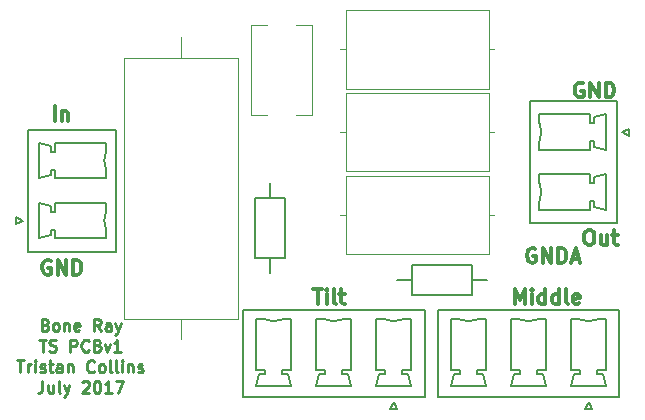
<source format=gbr>
G04 #@! TF.FileFunction,Legend,Top*
%FSLAX46Y46*%
G04 Gerber Fmt 4.6, Leading zero omitted, Abs format (unit mm)*
G04 Created by KiCad (PCBNEW 4.0.6) date Friday, 28 July 2017 'PMt' 19:56:44*
%MOMM*%
%LPD*%
G01*
G04 APERTURE LIST*
%ADD10C,0.100000*%
%ADD11C,0.250000*%
%ADD12C,0.300000*%
%ADD13C,0.150000*%
%ADD14C,0.120000*%
G04 APERTURE END LIST*
D10*
D11*
X163523810Y-124803571D02*
X163666667Y-124851190D01*
X163714286Y-124898810D01*
X163761905Y-124994048D01*
X163761905Y-125136905D01*
X163714286Y-125232143D01*
X163666667Y-125279762D01*
X163571429Y-125327381D01*
X163190476Y-125327381D01*
X163190476Y-124327381D01*
X163523810Y-124327381D01*
X163619048Y-124375000D01*
X163666667Y-124422619D01*
X163714286Y-124517857D01*
X163714286Y-124613095D01*
X163666667Y-124708333D01*
X163619048Y-124755952D01*
X163523810Y-124803571D01*
X163190476Y-124803571D01*
X164333333Y-125327381D02*
X164238095Y-125279762D01*
X164190476Y-125232143D01*
X164142857Y-125136905D01*
X164142857Y-124851190D01*
X164190476Y-124755952D01*
X164238095Y-124708333D01*
X164333333Y-124660714D01*
X164476191Y-124660714D01*
X164571429Y-124708333D01*
X164619048Y-124755952D01*
X164666667Y-124851190D01*
X164666667Y-125136905D01*
X164619048Y-125232143D01*
X164571429Y-125279762D01*
X164476191Y-125327381D01*
X164333333Y-125327381D01*
X165095238Y-124660714D02*
X165095238Y-125327381D01*
X165095238Y-124755952D02*
X165142857Y-124708333D01*
X165238095Y-124660714D01*
X165380953Y-124660714D01*
X165476191Y-124708333D01*
X165523810Y-124803571D01*
X165523810Y-125327381D01*
X166380953Y-125279762D02*
X166285715Y-125327381D01*
X166095238Y-125327381D01*
X166000000Y-125279762D01*
X165952381Y-125184524D01*
X165952381Y-124803571D01*
X166000000Y-124708333D01*
X166095238Y-124660714D01*
X166285715Y-124660714D01*
X166380953Y-124708333D01*
X166428572Y-124803571D01*
X166428572Y-124898810D01*
X165952381Y-124994048D01*
X168190477Y-125327381D02*
X167857143Y-124851190D01*
X167619048Y-125327381D02*
X167619048Y-124327381D01*
X168000001Y-124327381D01*
X168095239Y-124375000D01*
X168142858Y-124422619D01*
X168190477Y-124517857D01*
X168190477Y-124660714D01*
X168142858Y-124755952D01*
X168095239Y-124803571D01*
X168000001Y-124851190D01*
X167619048Y-124851190D01*
X169047620Y-125327381D02*
X169047620Y-124803571D01*
X169000001Y-124708333D01*
X168904763Y-124660714D01*
X168714286Y-124660714D01*
X168619048Y-124708333D01*
X169047620Y-125279762D02*
X168952382Y-125327381D01*
X168714286Y-125327381D01*
X168619048Y-125279762D01*
X168571429Y-125184524D01*
X168571429Y-125089286D01*
X168619048Y-124994048D01*
X168714286Y-124946429D01*
X168952382Y-124946429D01*
X169047620Y-124898810D01*
X169428572Y-124660714D02*
X169666667Y-125327381D01*
X169904763Y-124660714D02*
X169666667Y-125327381D01*
X169571429Y-125565476D01*
X169523810Y-125613095D01*
X169428572Y-125660714D01*
X163000000Y-126077381D02*
X163571429Y-126077381D01*
X163285714Y-127077381D02*
X163285714Y-126077381D01*
X163857143Y-127029762D02*
X164000000Y-127077381D01*
X164238096Y-127077381D01*
X164333334Y-127029762D01*
X164380953Y-126982143D01*
X164428572Y-126886905D01*
X164428572Y-126791667D01*
X164380953Y-126696429D01*
X164333334Y-126648810D01*
X164238096Y-126601190D01*
X164047619Y-126553571D01*
X163952381Y-126505952D01*
X163904762Y-126458333D01*
X163857143Y-126363095D01*
X163857143Y-126267857D01*
X163904762Y-126172619D01*
X163952381Y-126125000D01*
X164047619Y-126077381D01*
X164285715Y-126077381D01*
X164428572Y-126125000D01*
X165619048Y-127077381D02*
X165619048Y-126077381D01*
X166000001Y-126077381D01*
X166095239Y-126125000D01*
X166142858Y-126172619D01*
X166190477Y-126267857D01*
X166190477Y-126410714D01*
X166142858Y-126505952D01*
X166095239Y-126553571D01*
X166000001Y-126601190D01*
X165619048Y-126601190D01*
X167190477Y-126982143D02*
X167142858Y-127029762D01*
X167000001Y-127077381D01*
X166904763Y-127077381D01*
X166761905Y-127029762D01*
X166666667Y-126934524D01*
X166619048Y-126839286D01*
X166571429Y-126648810D01*
X166571429Y-126505952D01*
X166619048Y-126315476D01*
X166666667Y-126220238D01*
X166761905Y-126125000D01*
X166904763Y-126077381D01*
X167000001Y-126077381D01*
X167142858Y-126125000D01*
X167190477Y-126172619D01*
X167952382Y-126553571D02*
X168095239Y-126601190D01*
X168142858Y-126648810D01*
X168190477Y-126744048D01*
X168190477Y-126886905D01*
X168142858Y-126982143D01*
X168095239Y-127029762D01*
X168000001Y-127077381D01*
X167619048Y-127077381D01*
X167619048Y-126077381D01*
X167952382Y-126077381D01*
X168047620Y-126125000D01*
X168095239Y-126172619D01*
X168142858Y-126267857D01*
X168142858Y-126363095D01*
X168095239Y-126458333D01*
X168047620Y-126505952D01*
X167952382Y-126553571D01*
X167619048Y-126553571D01*
X168523810Y-126410714D02*
X168761905Y-127077381D01*
X169000001Y-126410714D01*
X169904763Y-127077381D02*
X169333334Y-127077381D01*
X169619048Y-127077381D02*
X169619048Y-126077381D01*
X169523810Y-126220238D01*
X169428572Y-126315476D01*
X169333334Y-126363095D01*
X161119047Y-127827381D02*
X161690476Y-127827381D01*
X161404761Y-128827381D02*
X161404761Y-127827381D01*
X162023809Y-128827381D02*
X162023809Y-128160714D01*
X162023809Y-128351190D02*
X162071428Y-128255952D01*
X162119047Y-128208333D01*
X162214285Y-128160714D01*
X162309524Y-128160714D01*
X162642857Y-128827381D02*
X162642857Y-128160714D01*
X162642857Y-127827381D02*
X162595238Y-127875000D01*
X162642857Y-127922619D01*
X162690476Y-127875000D01*
X162642857Y-127827381D01*
X162642857Y-127922619D01*
X163071428Y-128779762D02*
X163166666Y-128827381D01*
X163357142Y-128827381D01*
X163452381Y-128779762D01*
X163500000Y-128684524D01*
X163500000Y-128636905D01*
X163452381Y-128541667D01*
X163357142Y-128494048D01*
X163214285Y-128494048D01*
X163119047Y-128446429D01*
X163071428Y-128351190D01*
X163071428Y-128303571D01*
X163119047Y-128208333D01*
X163214285Y-128160714D01*
X163357142Y-128160714D01*
X163452381Y-128208333D01*
X163785714Y-128160714D02*
X164166666Y-128160714D01*
X163928571Y-127827381D02*
X163928571Y-128684524D01*
X163976190Y-128779762D01*
X164071428Y-128827381D01*
X164166666Y-128827381D01*
X164928572Y-128827381D02*
X164928572Y-128303571D01*
X164880953Y-128208333D01*
X164785715Y-128160714D01*
X164595238Y-128160714D01*
X164500000Y-128208333D01*
X164928572Y-128779762D02*
X164833334Y-128827381D01*
X164595238Y-128827381D01*
X164500000Y-128779762D01*
X164452381Y-128684524D01*
X164452381Y-128589286D01*
X164500000Y-128494048D01*
X164595238Y-128446429D01*
X164833334Y-128446429D01*
X164928572Y-128398810D01*
X165404762Y-128160714D02*
X165404762Y-128827381D01*
X165404762Y-128255952D02*
X165452381Y-128208333D01*
X165547619Y-128160714D01*
X165690477Y-128160714D01*
X165785715Y-128208333D01*
X165833334Y-128303571D01*
X165833334Y-128827381D01*
X167642858Y-128732143D02*
X167595239Y-128779762D01*
X167452382Y-128827381D01*
X167357144Y-128827381D01*
X167214286Y-128779762D01*
X167119048Y-128684524D01*
X167071429Y-128589286D01*
X167023810Y-128398810D01*
X167023810Y-128255952D01*
X167071429Y-128065476D01*
X167119048Y-127970238D01*
X167214286Y-127875000D01*
X167357144Y-127827381D01*
X167452382Y-127827381D01*
X167595239Y-127875000D01*
X167642858Y-127922619D01*
X168214286Y-128827381D02*
X168119048Y-128779762D01*
X168071429Y-128732143D01*
X168023810Y-128636905D01*
X168023810Y-128351190D01*
X168071429Y-128255952D01*
X168119048Y-128208333D01*
X168214286Y-128160714D01*
X168357144Y-128160714D01*
X168452382Y-128208333D01*
X168500001Y-128255952D01*
X168547620Y-128351190D01*
X168547620Y-128636905D01*
X168500001Y-128732143D01*
X168452382Y-128779762D01*
X168357144Y-128827381D01*
X168214286Y-128827381D01*
X169119048Y-128827381D02*
X169023810Y-128779762D01*
X168976191Y-128684524D01*
X168976191Y-127827381D01*
X169642858Y-128827381D02*
X169547620Y-128779762D01*
X169500001Y-128684524D01*
X169500001Y-127827381D01*
X170023811Y-128827381D02*
X170023811Y-128160714D01*
X170023811Y-127827381D02*
X169976192Y-127875000D01*
X170023811Y-127922619D01*
X170071430Y-127875000D01*
X170023811Y-127827381D01*
X170023811Y-127922619D01*
X170500001Y-128160714D02*
X170500001Y-128827381D01*
X170500001Y-128255952D02*
X170547620Y-128208333D01*
X170642858Y-128160714D01*
X170785716Y-128160714D01*
X170880954Y-128208333D01*
X170928573Y-128303571D01*
X170928573Y-128827381D01*
X171357144Y-128779762D02*
X171452382Y-128827381D01*
X171642858Y-128827381D01*
X171738097Y-128779762D01*
X171785716Y-128684524D01*
X171785716Y-128636905D01*
X171738097Y-128541667D01*
X171642858Y-128494048D01*
X171500001Y-128494048D01*
X171404763Y-128446429D01*
X171357144Y-128351190D01*
X171357144Y-128303571D01*
X171404763Y-128208333D01*
X171500001Y-128160714D01*
X171642858Y-128160714D01*
X171738097Y-128208333D01*
X163261905Y-129577381D02*
X163261905Y-130291667D01*
X163214285Y-130434524D01*
X163119047Y-130529762D01*
X162976190Y-130577381D01*
X162880952Y-130577381D01*
X164166667Y-129910714D02*
X164166667Y-130577381D01*
X163738095Y-129910714D02*
X163738095Y-130434524D01*
X163785714Y-130529762D01*
X163880952Y-130577381D01*
X164023810Y-130577381D01*
X164119048Y-130529762D01*
X164166667Y-130482143D01*
X164785714Y-130577381D02*
X164690476Y-130529762D01*
X164642857Y-130434524D01*
X164642857Y-129577381D01*
X165071429Y-129910714D02*
X165309524Y-130577381D01*
X165547620Y-129910714D02*
X165309524Y-130577381D01*
X165214286Y-130815476D01*
X165166667Y-130863095D01*
X165071429Y-130910714D01*
X166642858Y-129672619D02*
X166690477Y-129625000D01*
X166785715Y-129577381D01*
X167023811Y-129577381D01*
X167119049Y-129625000D01*
X167166668Y-129672619D01*
X167214287Y-129767857D01*
X167214287Y-129863095D01*
X167166668Y-130005952D01*
X166595239Y-130577381D01*
X167214287Y-130577381D01*
X167833334Y-129577381D02*
X167928573Y-129577381D01*
X168023811Y-129625000D01*
X168071430Y-129672619D01*
X168119049Y-129767857D01*
X168166668Y-129958333D01*
X168166668Y-130196429D01*
X168119049Y-130386905D01*
X168071430Y-130482143D01*
X168023811Y-130529762D01*
X167928573Y-130577381D01*
X167833334Y-130577381D01*
X167738096Y-130529762D01*
X167690477Y-130482143D01*
X167642858Y-130386905D01*
X167595239Y-130196429D01*
X167595239Y-129958333D01*
X167642858Y-129767857D01*
X167690477Y-129672619D01*
X167738096Y-129625000D01*
X167833334Y-129577381D01*
X169119049Y-130577381D02*
X168547620Y-130577381D01*
X168833334Y-130577381D02*
X168833334Y-129577381D01*
X168738096Y-129720238D01*
X168642858Y-129815476D01*
X168547620Y-129863095D01*
X169452382Y-129577381D02*
X170119049Y-129577381D01*
X169690477Y-130577381D01*
D12*
X209047619Y-104375000D02*
X208928571Y-104315476D01*
X208750000Y-104315476D01*
X208571428Y-104375000D01*
X208452381Y-104494048D01*
X208392857Y-104613095D01*
X208333333Y-104851190D01*
X208333333Y-105029762D01*
X208392857Y-105267857D01*
X208452381Y-105386905D01*
X208571428Y-105505952D01*
X208750000Y-105565476D01*
X208869048Y-105565476D01*
X209047619Y-105505952D01*
X209107143Y-105446429D01*
X209107143Y-105029762D01*
X208869048Y-105029762D01*
X209642857Y-105565476D02*
X209642857Y-104315476D01*
X210357143Y-105565476D01*
X210357143Y-104315476D01*
X210952381Y-105565476D02*
X210952381Y-104315476D01*
X211250000Y-104315476D01*
X211428572Y-104375000D01*
X211547619Y-104494048D01*
X211607143Y-104613095D01*
X211666667Y-104851190D01*
X211666667Y-105029762D01*
X211607143Y-105267857D01*
X211547619Y-105386905D01*
X211428572Y-105505952D01*
X211250000Y-105565476D01*
X210952381Y-105565476D01*
X209458333Y-116815476D02*
X209696429Y-116815476D01*
X209815476Y-116875000D01*
X209934524Y-116994048D01*
X209994048Y-117232143D01*
X209994048Y-117648810D01*
X209934524Y-117886905D01*
X209815476Y-118005952D01*
X209696429Y-118065476D01*
X209458333Y-118065476D01*
X209339286Y-118005952D01*
X209220238Y-117886905D01*
X209160714Y-117648810D01*
X209160714Y-117232143D01*
X209220238Y-116994048D01*
X209339286Y-116875000D01*
X209458333Y-116815476D01*
X211065476Y-117232143D02*
X211065476Y-118065476D01*
X210529762Y-117232143D02*
X210529762Y-117886905D01*
X210589286Y-118005952D01*
X210708333Y-118065476D01*
X210886905Y-118065476D01*
X211005953Y-118005952D01*
X211065476Y-117946429D01*
X211482143Y-117232143D02*
X211958333Y-117232143D01*
X211660714Y-116815476D02*
X211660714Y-117886905D01*
X211720238Y-118005952D01*
X211839285Y-118065476D01*
X211958333Y-118065476D01*
X163952381Y-119375000D02*
X163833333Y-119315476D01*
X163654762Y-119315476D01*
X163476190Y-119375000D01*
X163357143Y-119494048D01*
X163297619Y-119613095D01*
X163238095Y-119851190D01*
X163238095Y-120029762D01*
X163297619Y-120267857D01*
X163357143Y-120386905D01*
X163476190Y-120505952D01*
X163654762Y-120565476D01*
X163773810Y-120565476D01*
X163952381Y-120505952D01*
X164011905Y-120446429D01*
X164011905Y-120029762D01*
X163773810Y-120029762D01*
X164547619Y-120565476D02*
X164547619Y-119315476D01*
X165261905Y-120565476D01*
X165261905Y-119315476D01*
X165857143Y-120565476D02*
X165857143Y-119315476D01*
X166154762Y-119315476D01*
X166333334Y-119375000D01*
X166452381Y-119494048D01*
X166511905Y-119613095D01*
X166571429Y-119851190D01*
X166571429Y-120029762D01*
X166511905Y-120267857D01*
X166452381Y-120386905D01*
X166333334Y-120505952D01*
X166154762Y-120565476D01*
X165857143Y-120565476D01*
X164297619Y-107565476D02*
X164297619Y-106315476D01*
X164892857Y-106732143D02*
X164892857Y-107565476D01*
X164892857Y-106851190D02*
X164952381Y-106791667D01*
X165071428Y-106732143D01*
X165250000Y-106732143D01*
X165369048Y-106791667D01*
X165428571Y-106910714D01*
X165428571Y-107565476D01*
X205011905Y-118375000D02*
X204892857Y-118315476D01*
X204714286Y-118315476D01*
X204535714Y-118375000D01*
X204416667Y-118494048D01*
X204357143Y-118613095D01*
X204297619Y-118851190D01*
X204297619Y-119029762D01*
X204357143Y-119267857D01*
X204416667Y-119386905D01*
X204535714Y-119505952D01*
X204714286Y-119565476D01*
X204833334Y-119565476D01*
X205011905Y-119505952D01*
X205071429Y-119446429D01*
X205071429Y-119029762D01*
X204833334Y-119029762D01*
X205607143Y-119565476D02*
X205607143Y-118315476D01*
X206321429Y-119565476D01*
X206321429Y-118315476D01*
X206916667Y-119565476D02*
X206916667Y-118315476D01*
X207214286Y-118315476D01*
X207392858Y-118375000D01*
X207511905Y-118494048D01*
X207571429Y-118613095D01*
X207630953Y-118851190D01*
X207630953Y-119029762D01*
X207571429Y-119267857D01*
X207511905Y-119386905D01*
X207392858Y-119505952D01*
X207214286Y-119565476D01*
X206916667Y-119565476D01*
X208107143Y-119208333D02*
X208702381Y-119208333D01*
X207988096Y-119565476D02*
X208404762Y-118315476D01*
X208821429Y-119565476D01*
X203297619Y-123065476D02*
X203297619Y-121815476D01*
X203714286Y-122708333D01*
X204130952Y-121815476D01*
X204130952Y-123065476D01*
X204726190Y-123065476D02*
X204726190Y-122232143D01*
X204726190Y-121815476D02*
X204666666Y-121875000D01*
X204726190Y-121934524D01*
X204785714Y-121875000D01*
X204726190Y-121815476D01*
X204726190Y-121934524D01*
X205857142Y-123065476D02*
X205857142Y-121815476D01*
X205857142Y-123005952D02*
X205738095Y-123065476D01*
X205499999Y-123065476D01*
X205380952Y-123005952D01*
X205321428Y-122946429D01*
X205261904Y-122827381D01*
X205261904Y-122470238D01*
X205321428Y-122351190D01*
X205380952Y-122291667D01*
X205499999Y-122232143D01*
X205738095Y-122232143D01*
X205857142Y-122291667D01*
X206988094Y-123065476D02*
X206988094Y-121815476D01*
X206988094Y-123005952D02*
X206869047Y-123065476D01*
X206630951Y-123065476D01*
X206511904Y-123005952D01*
X206452380Y-122946429D01*
X206392856Y-122827381D01*
X206392856Y-122470238D01*
X206452380Y-122351190D01*
X206511904Y-122291667D01*
X206630951Y-122232143D01*
X206869047Y-122232143D01*
X206988094Y-122291667D01*
X207761903Y-123065476D02*
X207642856Y-123005952D01*
X207583332Y-122886905D01*
X207583332Y-121815476D01*
X208714285Y-123005952D02*
X208595237Y-123065476D01*
X208357142Y-123065476D01*
X208238094Y-123005952D01*
X208178570Y-122886905D01*
X208178570Y-122410714D01*
X208238094Y-122291667D01*
X208357142Y-122232143D01*
X208595237Y-122232143D01*
X208714285Y-122291667D01*
X208773808Y-122410714D01*
X208773808Y-122529762D01*
X208178570Y-122648810D01*
X186202381Y-121815476D02*
X186916666Y-121815476D01*
X186559523Y-123065476D02*
X186559523Y-121815476D01*
X187333333Y-123065476D02*
X187333333Y-122232143D01*
X187333333Y-121815476D02*
X187273809Y-121875000D01*
X187333333Y-121934524D01*
X187392857Y-121875000D01*
X187333333Y-121815476D01*
X187333333Y-121934524D01*
X188107142Y-123065476D02*
X187988095Y-123005952D01*
X187928571Y-122886905D01*
X187928571Y-121815476D01*
X188404762Y-122232143D02*
X188880952Y-122232143D01*
X188583333Y-121815476D02*
X188583333Y-122886905D01*
X188642857Y-123005952D01*
X188761904Y-123065476D01*
X188880952Y-123065476D01*
D13*
X183770000Y-114040000D02*
X183770000Y-119120000D01*
X183770000Y-119120000D02*
X181230000Y-119120000D01*
X181230000Y-119120000D02*
X181230000Y-114040000D01*
X181230000Y-114040000D02*
X183770000Y-114040000D01*
X182500000Y-114040000D02*
X182500000Y-112770000D01*
X182500000Y-119120000D02*
X182500000Y-120390000D01*
X168649845Y-115250353D02*
G75*
G03X168650000Y-116750000I1700155J-749647D01*
G01*
X168649845Y-110170353D02*
G75*
G03X168650000Y-111670000I1700155J-749647D01*
G01*
X162070000Y-118620000D02*
X169480000Y-118620000D01*
X169480000Y-118620000D02*
X169480000Y-108300000D01*
X169480000Y-108300000D02*
X162070000Y-108300000D01*
X162070000Y-108300000D02*
X162070000Y-118620000D01*
X168650000Y-116750000D02*
X168650000Y-117500000D01*
X168650000Y-117500000D02*
X164350000Y-117500000D01*
X164350000Y-117500000D02*
X164350000Y-116750000D01*
X164350000Y-116750000D02*
X164000000Y-116750000D01*
X164000000Y-116750000D02*
X164000000Y-117250000D01*
X164000000Y-117250000D02*
X163000000Y-117500000D01*
X163000000Y-117500000D02*
X163000000Y-114500000D01*
X163000000Y-114500000D02*
X164000000Y-114750000D01*
X164000000Y-114750000D02*
X164000000Y-115250000D01*
X164000000Y-115250000D02*
X164350000Y-115250000D01*
X164350000Y-115250000D02*
X164350000Y-115250000D01*
X164350000Y-115250000D02*
X164350000Y-114500000D01*
X164350000Y-114500000D02*
X168650000Y-114500000D01*
X168650000Y-114500000D02*
X168650000Y-115250000D01*
X168650000Y-111670000D02*
X168650000Y-112420000D01*
X168650000Y-112420000D02*
X164350000Y-112420000D01*
X164350000Y-112420000D02*
X164350000Y-111670000D01*
X164350000Y-111670000D02*
X164000000Y-111670000D01*
X164000000Y-111670000D02*
X164000000Y-112170000D01*
X164000000Y-112170000D02*
X163000000Y-112420000D01*
X163000000Y-112420000D02*
X163000000Y-109420000D01*
X163000000Y-109420000D02*
X164000000Y-109670000D01*
X164000000Y-109670000D02*
X164000000Y-110170000D01*
X164000000Y-110170000D02*
X164350000Y-110170000D01*
X164350000Y-110170000D02*
X164350000Y-110170000D01*
X164350000Y-110170000D02*
X164350000Y-109420000D01*
X164350000Y-109420000D02*
X168650000Y-109420000D01*
X168650000Y-109420000D02*
X168650000Y-110170000D01*
X161650000Y-116000000D02*
X161050000Y-115700000D01*
X161050000Y-115700000D02*
X161050000Y-116300000D01*
X161050000Y-116300000D02*
X161650000Y-116000000D01*
X205350155Y-109249647D02*
G75*
G03X205350000Y-107750000I-1700155J749647D01*
G01*
X205350155Y-114329647D02*
G75*
G03X205350000Y-112830000I-1700155J749647D01*
G01*
X211930000Y-105880000D02*
X204520000Y-105880000D01*
X204520000Y-105880000D02*
X204520000Y-116200000D01*
X204520000Y-116200000D02*
X211930000Y-116200000D01*
X211930000Y-116200000D02*
X211930000Y-105880000D01*
X205350000Y-107750000D02*
X205350000Y-107000000D01*
X205350000Y-107000000D02*
X209650000Y-107000000D01*
X209650000Y-107000000D02*
X209650000Y-107750000D01*
X209650000Y-107750000D02*
X210000000Y-107750000D01*
X210000000Y-107750000D02*
X210000000Y-107250000D01*
X210000000Y-107250000D02*
X211000000Y-107000000D01*
X211000000Y-107000000D02*
X211000000Y-110000000D01*
X211000000Y-110000000D02*
X210000000Y-109750000D01*
X210000000Y-109750000D02*
X210000000Y-109250000D01*
X210000000Y-109250000D02*
X209650000Y-109250000D01*
X209650000Y-109250000D02*
X209650000Y-109250000D01*
X209650000Y-109250000D02*
X209650000Y-110000000D01*
X209650000Y-110000000D02*
X205350000Y-110000000D01*
X205350000Y-110000000D02*
X205350000Y-109250000D01*
X205350000Y-112830000D02*
X205350000Y-112080000D01*
X205350000Y-112080000D02*
X209650000Y-112080000D01*
X209650000Y-112080000D02*
X209650000Y-112830000D01*
X209650000Y-112830000D02*
X210000000Y-112830000D01*
X210000000Y-112830000D02*
X210000000Y-112330000D01*
X210000000Y-112330000D02*
X211000000Y-112080000D01*
X211000000Y-112080000D02*
X211000000Y-115080000D01*
X211000000Y-115080000D02*
X210000000Y-114830000D01*
X210000000Y-114830000D02*
X210000000Y-114330000D01*
X210000000Y-114330000D02*
X209650000Y-114330000D01*
X209650000Y-114330000D02*
X209650000Y-114330000D01*
X209650000Y-114330000D02*
X209650000Y-115080000D01*
X209650000Y-115080000D02*
X205350000Y-115080000D01*
X205350000Y-115080000D02*
X205350000Y-114330000D01*
X212350000Y-108500000D02*
X212950000Y-108800000D01*
X212950000Y-108800000D02*
X212950000Y-108200000D01*
X212950000Y-108200000D02*
X212350000Y-108500000D01*
X194540000Y-119730000D02*
X199620000Y-119730000D01*
X199620000Y-119730000D02*
X199620000Y-122270000D01*
X199620000Y-122270000D02*
X194540000Y-122270000D01*
X194540000Y-122270000D02*
X194540000Y-119730000D01*
X194540000Y-121000000D02*
X193270000Y-121000000D01*
X199620000Y-121000000D02*
X200890000Y-121000000D01*
X192250353Y-124350155D02*
G75*
G03X193750000Y-124350000I749647J1700155D01*
G01*
X187170353Y-124350155D02*
G75*
G03X188670000Y-124350000I749647J1700155D01*
G01*
X182090353Y-124350155D02*
G75*
G03X183590000Y-124350000I749647J1700155D01*
G01*
X195620000Y-130930000D02*
X195620000Y-123520000D01*
X195620000Y-123520000D02*
X180220000Y-123520000D01*
X180220000Y-123520000D02*
X180220000Y-130930000D01*
X180220000Y-130930000D02*
X195620000Y-130930000D01*
X193750000Y-124350000D02*
X194500000Y-124350000D01*
X194500000Y-124350000D02*
X194500000Y-128650000D01*
X194500000Y-128650000D02*
X193750000Y-128650000D01*
X193750000Y-128650000D02*
X193750000Y-129000000D01*
X193750000Y-129000000D02*
X194250000Y-129000000D01*
X194250000Y-129000000D02*
X194500000Y-130000000D01*
X194500000Y-130000000D02*
X191500000Y-130000000D01*
X191500000Y-130000000D02*
X191750000Y-129000000D01*
X191750000Y-129000000D02*
X192250000Y-129000000D01*
X192250000Y-129000000D02*
X192250000Y-128650000D01*
X192250000Y-128650000D02*
X192250000Y-128650000D01*
X192250000Y-128650000D02*
X191500000Y-128650000D01*
X191500000Y-128650000D02*
X191500000Y-124350000D01*
X191500000Y-124350000D02*
X192250000Y-124350000D01*
X188670000Y-124350000D02*
X189420000Y-124350000D01*
X189420000Y-124350000D02*
X189420000Y-128650000D01*
X189420000Y-128650000D02*
X188670000Y-128650000D01*
X188670000Y-128650000D02*
X188670000Y-129000000D01*
X188670000Y-129000000D02*
X189170000Y-129000000D01*
X189170000Y-129000000D02*
X189420000Y-130000000D01*
X189420000Y-130000000D02*
X186420000Y-130000000D01*
X186420000Y-130000000D02*
X186670000Y-129000000D01*
X186670000Y-129000000D02*
X187170000Y-129000000D01*
X187170000Y-129000000D02*
X187170000Y-128650000D01*
X187170000Y-128650000D02*
X187170000Y-128650000D01*
X187170000Y-128650000D02*
X186420000Y-128650000D01*
X186420000Y-128650000D02*
X186420000Y-124350000D01*
X186420000Y-124350000D02*
X187170000Y-124350000D01*
X183590000Y-124350000D02*
X184340000Y-124350000D01*
X184340000Y-124350000D02*
X184340000Y-128650000D01*
X184340000Y-128650000D02*
X183590000Y-128650000D01*
X183590000Y-128650000D02*
X183590000Y-129000000D01*
X183590000Y-129000000D02*
X184090000Y-129000000D01*
X184090000Y-129000000D02*
X184340000Y-130000000D01*
X184340000Y-130000000D02*
X181340000Y-130000000D01*
X181340000Y-130000000D02*
X181590000Y-129000000D01*
X181590000Y-129000000D02*
X182090000Y-129000000D01*
X182090000Y-129000000D02*
X182090000Y-128650000D01*
X182090000Y-128650000D02*
X182090000Y-128650000D01*
X182090000Y-128650000D02*
X181340000Y-128650000D01*
X181340000Y-128650000D02*
X181340000Y-124350000D01*
X181340000Y-124350000D02*
X182090000Y-124350000D01*
X193000000Y-131350000D02*
X192700000Y-131950000D01*
X192700000Y-131950000D02*
X193300000Y-131950000D01*
X193300000Y-131950000D02*
X193000000Y-131350000D01*
X208750353Y-124350155D02*
G75*
G03X210250000Y-124350000I749647J1700155D01*
G01*
X203670353Y-124350155D02*
G75*
G03X205170000Y-124350000I749647J1700155D01*
G01*
X198590353Y-124350155D02*
G75*
G03X200090000Y-124350000I749647J1700155D01*
G01*
X212120000Y-130930000D02*
X212120000Y-123520000D01*
X212120000Y-123520000D02*
X196720000Y-123520000D01*
X196720000Y-123520000D02*
X196720000Y-130930000D01*
X196720000Y-130930000D02*
X212120000Y-130930000D01*
X210250000Y-124350000D02*
X211000000Y-124350000D01*
X211000000Y-124350000D02*
X211000000Y-128650000D01*
X211000000Y-128650000D02*
X210250000Y-128650000D01*
X210250000Y-128650000D02*
X210250000Y-129000000D01*
X210250000Y-129000000D02*
X210750000Y-129000000D01*
X210750000Y-129000000D02*
X211000000Y-130000000D01*
X211000000Y-130000000D02*
X208000000Y-130000000D01*
X208000000Y-130000000D02*
X208250000Y-129000000D01*
X208250000Y-129000000D02*
X208750000Y-129000000D01*
X208750000Y-129000000D02*
X208750000Y-128650000D01*
X208750000Y-128650000D02*
X208750000Y-128650000D01*
X208750000Y-128650000D02*
X208000000Y-128650000D01*
X208000000Y-128650000D02*
X208000000Y-124350000D01*
X208000000Y-124350000D02*
X208750000Y-124350000D01*
X205170000Y-124350000D02*
X205920000Y-124350000D01*
X205920000Y-124350000D02*
X205920000Y-128650000D01*
X205920000Y-128650000D02*
X205170000Y-128650000D01*
X205170000Y-128650000D02*
X205170000Y-129000000D01*
X205170000Y-129000000D02*
X205670000Y-129000000D01*
X205670000Y-129000000D02*
X205920000Y-130000000D01*
X205920000Y-130000000D02*
X202920000Y-130000000D01*
X202920000Y-130000000D02*
X203170000Y-129000000D01*
X203170000Y-129000000D02*
X203670000Y-129000000D01*
X203670000Y-129000000D02*
X203670000Y-128650000D01*
X203670000Y-128650000D02*
X203670000Y-128650000D01*
X203670000Y-128650000D02*
X202920000Y-128650000D01*
X202920000Y-128650000D02*
X202920000Y-124350000D01*
X202920000Y-124350000D02*
X203670000Y-124350000D01*
X200090000Y-124350000D02*
X200840000Y-124350000D01*
X200840000Y-124350000D02*
X200840000Y-128650000D01*
X200840000Y-128650000D02*
X200090000Y-128650000D01*
X200090000Y-128650000D02*
X200090000Y-129000000D01*
X200090000Y-129000000D02*
X200590000Y-129000000D01*
X200590000Y-129000000D02*
X200840000Y-130000000D01*
X200840000Y-130000000D02*
X197840000Y-130000000D01*
X197840000Y-130000000D02*
X198090000Y-129000000D01*
X198090000Y-129000000D02*
X198590000Y-129000000D01*
X198590000Y-129000000D02*
X198590000Y-128650000D01*
X198590000Y-128650000D02*
X198590000Y-128650000D01*
X198590000Y-128650000D02*
X197840000Y-128650000D01*
X197840000Y-128650000D02*
X197840000Y-124350000D01*
X197840000Y-124350000D02*
X198590000Y-124350000D01*
X209500000Y-131350000D02*
X209200000Y-131950000D01*
X209200000Y-131950000D02*
X209800000Y-131950000D01*
X209800000Y-131950000D02*
X209500000Y-131350000D01*
D14*
X186060000Y-99440000D02*
X186060000Y-107060000D01*
X180940000Y-99440000D02*
X180940000Y-107060000D01*
X186060000Y-99440000D02*
X184695000Y-99440000D01*
X182305000Y-99440000D02*
X180940000Y-99440000D01*
X186060000Y-107060000D02*
X184695000Y-107060000D01*
X182305000Y-107060000D02*
X180940000Y-107060000D01*
X179810000Y-102190000D02*
X170190000Y-102190000D01*
X170190000Y-102190000D02*
X170190000Y-124310000D01*
X170190000Y-124310000D02*
X179810000Y-124310000D01*
X179810000Y-124310000D02*
X179810000Y-102190000D01*
X175000000Y-100480000D02*
X175000000Y-102190000D01*
X175000000Y-126020000D02*
X175000000Y-124310000D01*
X188940000Y-105190000D02*
X188940000Y-111810000D01*
X188940000Y-111810000D02*
X201060000Y-111810000D01*
X201060000Y-111810000D02*
X201060000Y-105190000D01*
X201060000Y-105190000D02*
X188940000Y-105190000D01*
X188480000Y-108500000D02*
X188940000Y-108500000D01*
X201520000Y-108500000D02*
X201060000Y-108500000D01*
X188940000Y-98190000D02*
X188940000Y-104810000D01*
X188940000Y-104810000D02*
X201060000Y-104810000D01*
X201060000Y-104810000D02*
X201060000Y-98190000D01*
X201060000Y-98190000D02*
X188940000Y-98190000D01*
X188480000Y-101500000D02*
X188940000Y-101500000D01*
X201520000Y-101500000D02*
X201060000Y-101500000D01*
X188940000Y-112190000D02*
X188940000Y-118810000D01*
X188940000Y-118810000D02*
X201060000Y-118810000D01*
X201060000Y-118810000D02*
X201060000Y-112190000D01*
X201060000Y-112190000D02*
X188940000Y-112190000D01*
X188480000Y-115500000D02*
X188940000Y-115500000D01*
X201520000Y-115500000D02*
X201060000Y-115500000D01*
M02*

</source>
